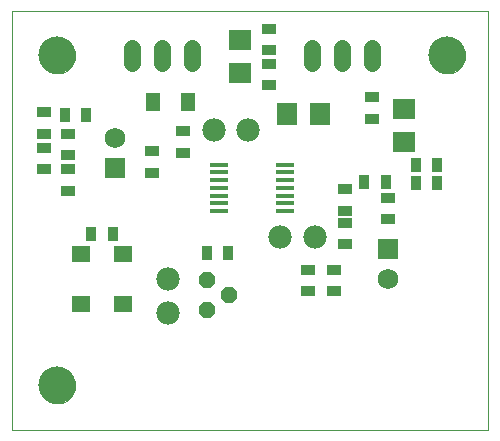
<source format=gts>
G75*
%MOIN*%
%OFA0B0*%
%FSLAX24Y24*%
%IPPOS*%
%LPD*%
%AMOC8*
5,1,8,0,0,1.08239X$1,22.5*
%
%ADD10C,0.0000*%
%ADD11R,0.0512X0.0355*%
%ADD12R,0.0670X0.0749*%
%ADD13R,0.0749X0.0670*%
%ADD14C,0.0780*%
%ADD15C,0.1240*%
%ADD16R,0.0355X0.0512*%
%ADD17OC8,0.0560*%
%ADD18R,0.0620X0.0180*%
%ADD19R,0.0619X0.0540*%
%ADD20R,0.0512X0.0591*%
%ADD21R,0.0690X0.0690*%
%ADD22C,0.0690*%
%ADD23C,0.0560*%
D10*
X000180Y000180D02*
X000180Y014176D01*
X016050Y014176D01*
X016050Y000180D01*
X000180Y000180D01*
X001080Y001680D02*
X001082Y001729D01*
X001088Y001777D01*
X001098Y001825D01*
X001112Y001872D01*
X001129Y001918D01*
X001150Y001962D01*
X001175Y002004D01*
X001203Y002044D01*
X001235Y002082D01*
X001269Y002117D01*
X001306Y002149D01*
X001345Y002178D01*
X001387Y002204D01*
X001431Y002226D01*
X001476Y002244D01*
X001523Y002259D01*
X001570Y002270D01*
X001619Y002277D01*
X001668Y002280D01*
X001717Y002279D01*
X001765Y002274D01*
X001814Y002265D01*
X001861Y002252D01*
X001907Y002235D01*
X001951Y002215D01*
X001994Y002191D01*
X002035Y002164D01*
X002073Y002133D01*
X002109Y002100D01*
X002141Y002064D01*
X002171Y002025D01*
X002198Y001984D01*
X002221Y001940D01*
X002240Y001895D01*
X002256Y001849D01*
X002268Y001802D01*
X002276Y001753D01*
X002280Y001704D01*
X002280Y001656D01*
X002276Y001607D01*
X002268Y001558D01*
X002256Y001511D01*
X002240Y001465D01*
X002221Y001420D01*
X002198Y001376D01*
X002171Y001335D01*
X002141Y001296D01*
X002109Y001260D01*
X002073Y001227D01*
X002035Y001196D01*
X001994Y001169D01*
X001951Y001145D01*
X001907Y001125D01*
X001861Y001108D01*
X001814Y001095D01*
X001765Y001086D01*
X001717Y001081D01*
X001668Y001080D01*
X001619Y001083D01*
X001570Y001090D01*
X001523Y001101D01*
X001476Y001116D01*
X001431Y001134D01*
X001387Y001156D01*
X001345Y001182D01*
X001306Y001211D01*
X001269Y001243D01*
X001235Y001278D01*
X001203Y001316D01*
X001175Y001356D01*
X001150Y001398D01*
X001129Y001442D01*
X001112Y001488D01*
X001098Y001535D01*
X001088Y001583D01*
X001082Y001631D01*
X001080Y001680D01*
X001080Y012680D02*
X001082Y012729D01*
X001088Y012777D01*
X001098Y012825D01*
X001112Y012872D01*
X001129Y012918D01*
X001150Y012962D01*
X001175Y013004D01*
X001203Y013044D01*
X001235Y013082D01*
X001269Y013117D01*
X001306Y013149D01*
X001345Y013178D01*
X001387Y013204D01*
X001431Y013226D01*
X001476Y013244D01*
X001523Y013259D01*
X001570Y013270D01*
X001619Y013277D01*
X001668Y013280D01*
X001717Y013279D01*
X001765Y013274D01*
X001814Y013265D01*
X001861Y013252D01*
X001907Y013235D01*
X001951Y013215D01*
X001994Y013191D01*
X002035Y013164D01*
X002073Y013133D01*
X002109Y013100D01*
X002141Y013064D01*
X002171Y013025D01*
X002198Y012984D01*
X002221Y012940D01*
X002240Y012895D01*
X002256Y012849D01*
X002268Y012802D01*
X002276Y012753D01*
X002280Y012704D01*
X002280Y012656D01*
X002276Y012607D01*
X002268Y012558D01*
X002256Y012511D01*
X002240Y012465D01*
X002221Y012420D01*
X002198Y012376D01*
X002171Y012335D01*
X002141Y012296D01*
X002109Y012260D01*
X002073Y012227D01*
X002035Y012196D01*
X001994Y012169D01*
X001951Y012145D01*
X001907Y012125D01*
X001861Y012108D01*
X001814Y012095D01*
X001765Y012086D01*
X001717Y012081D01*
X001668Y012080D01*
X001619Y012083D01*
X001570Y012090D01*
X001523Y012101D01*
X001476Y012116D01*
X001431Y012134D01*
X001387Y012156D01*
X001345Y012182D01*
X001306Y012211D01*
X001269Y012243D01*
X001235Y012278D01*
X001203Y012316D01*
X001175Y012356D01*
X001150Y012398D01*
X001129Y012442D01*
X001112Y012488D01*
X001098Y012535D01*
X001088Y012583D01*
X001082Y012631D01*
X001080Y012680D01*
X014080Y012680D02*
X014082Y012729D01*
X014088Y012777D01*
X014098Y012825D01*
X014112Y012872D01*
X014129Y012918D01*
X014150Y012962D01*
X014175Y013004D01*
X014203Y013044D01*
X014235Y013082D01*
X014269Y013117D01*
X014306Y013149D01*
X014345Y013178D01*
X014387Y013204D01*
X014431Y013226D01*
X014476Y013244D01*
X014523Y013259D01*
X014570Y013270D01*
X014619Y013277D01*
X014668Y013280D01*
X014717Y013279D01*
X014765Y013274D01*
X014814Y013265D01*
X014861Y013252D01*
X014907Y013235D01*
X014951Y013215D01*
X014994Y013191D01*
X015035Y013164D01*
X015073Y013133D01*
X015109Y013100D01*
X015141Y013064D01*
X015171Y013025D01*
X015198Y012984D01*
X015221Y012940D01*
X015240Y012895D01*
X015256Y012849D01*
X015268Y012802D01*
X015276Y012753D01*
X015280Y012704D01*
X015280Y012656D01*
X015276Y012607D01*
X015268Y012558D01*
X015256Y012511D01*
X015240Y012465D01*
X015221Y012420D01*
X015198Y012376D01*
X015171Y012335D01*
X015141Y012296D01*
X015109Y012260D01*
X015073Y012227D01*
X015035Y012196D01*
X014994Y012169D01*
X014951Y012145D01*
X014907Y012125D01*
X014861Y012108D01*
X014814Y012095D01*
X014765Y012086D01*
X014717Y012081D01*
X014668Y012080D01*
X014619Y012083D01*
X014570Y012090D01*
X014523Y012101D01*
X014476Y012116D01*
X014431Y012134D01*
X014387Y012156D01*
X014345Y012182D01*
X014306Y012211D01*
X014269Y012243D01*
X014235Y012278D01*
X014203Y012316D01*
X014175Y012356D01*
X014150Y012398D01*
X014129Y012442D01*
X014112Y012488D01*
X014098Y012535D01*
X014088Y012583D01*
X014082Y012631D01*
X014080Y012680D01*
D11*
X012187Y011286D03*
X012187Y010578D03*
X011290Y008214D03*
X011290Y007506D03*
X011290Y007094D03*
X011290Y006386D03*
X010910Y005534D03*
X010910Y004826D03*
X010050Y004826D03*
X010050Y005534D03*
X012709Y007235D03*
X012709Y007943D03*
X008734Y011684D03*
X008734Y012392D03*
X008740Y012856D03*
X008740Y013564D03*
X005893Y010154D03*
X005893Y009446D03*
X004860Y009484D03*
X004860Y008776D03*
X002037Y008882D03*
X002036Y009367D03*
X002036Y010076D03*
X001241Y010076D03*
X001242Y009594D03*
X001242Y008886D03*
X002037Y008173D03*
X001241Y010784D03*
D12*
X009363Y010744D03*
X010465Y010744D03*
D13*
X007784Y012095D03*
X007784Y013197D03*
X013262Y010886D03*
X013262Y009783D03*
D14*
X010270Y006630D03*
X009130Y006630D03*
X005380Y005220D03*
X005380Y004080D03*
X006910Y010180D03*
X008050Y010180D03*
D15*
X001680Y012680D03*
X001680Y001680D03*
X014680Y012680D03*
D16*
X014346Y009027D03*
X014344Y008440D03*
X013636Y008440D03*
X013637Y009027D03*
X012634Y008479D03*
X011926Y008479D03*
X007376Y006099D03*
X006667Y006099D03*
X003534Y006730D03*
X002826Y006730D03*
X002654Y010711D03*
X001946Y010711D03*
D17*
X006680Y005180D03*
X007430Y004680D03*
X006680Y004180D03*
D18*
X007070Y007501D03*
X007070Y007761D03*
X007070Y008011D03*
X007070Y008271D03*
X007070Y008531D03*
X007070Y008781D03*
X007070Y009041D03*
X009290Y009041D03*
X009290Y008781D03*
X009290Y008531D03*
X009290Y008271D03*
X009290Y008011D03*
X009290Y007761D03*
X009290Y007501D03*
D19*
X003880Y006076D03*
X002480Y006076D03*
X002480Y004384D03*
X003880Y004384D03*
D20*
X004869Y011120D03*
X006051Y011120D03*
D21*
X003630Y008930D03*
X012710Y006220D03*
D22*
X012710Y005220D03*
X003630Y009930D03*
D23*
X004180Y012420D02*
X004180Y012940D01*
X005180Y012940D02*
X005180Y012420D01*
X006180Y012420D02*
X006180Y012940D01*
X010180Y012940D02*
X010180Y012420D01*
X011180Y012420D02*
X011180Y012940D01*
X012180Y012940D02*
X012180Y012420D01*
M02*

</source>
